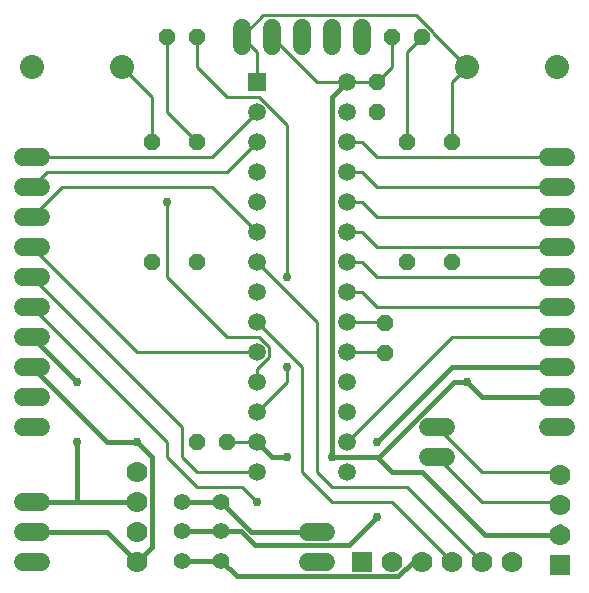
<source format=gbr>
G04 EAGLE Gerber RS-274X export*
G75*
%MOMM*%
%FSLAX34Y34*%
%LPD*%
%INTop Copper*%
%IPPOS*%
%AMOC8*
5,1,8,0,0,1.08239X$1,22.5*%
G01*
%ADD10R,1.508000X1.508000*%
%ADD11C,1.508000*%
%ADD12C,1.778000*%
%ADD13C,1.524000*%
%ADD14R,1.778000X1.778000*%
%ADD15C,2.032000*%
%ADD16C,1.397000*%
%ADD17P,1.429621X8X292.500000*%
%ADD18P,1.429621X8X112.500000*%
%ADD19P,1.429621X8X202.500000*%
%ADD20P,1.429621X8X22.500000*%
%ADD21C,0.254000*%
%ADD22C,0.756400*%
%ADD23C,0.406400*%


D10*
X215900Y431800D03*
D11*
X215900Y406400D03*
X215900Y381000D03*
X215900Y355600D03*
X215900Y330200D03*
X215900Y304800D03*
X215900Y279400D03*
X215900Y254000D03*
X215900Y228600D03*
X215900Y203200D03*
X215900Y177800D03*
X215900Y152400D03*
X215900Y127000D03*
X215900Y101600D03*
X292100Y101600D03*
X292100Y127000D03*
X292100Y152400D03*
X292100Y177800D03*
X292100Y203200D03*
X292100Y228600D03*
X292100Y254000D03*
X292100Y279400D03*
X292100Y304800D03*
X292100Y330200D03*
X292100Y355600D03*
X292100Y381000D03*
X292100Y406400D03*
X292100Y431800D03*
D12*
X114300Y25400D03*
X114300Y50800D03*
X114300Y76200D03*
X114300Y101600D03*
D13*
X462280Y368300D02*
X477520Y368300D01*
X477520Y342900D02*
X462280Y342900D01*
X462280Y317500D02*
X477520Y317500D01*
X477520Y292100D02*
X462280Y292100D01*
X462280Y266700D02*
X477520Y266700D01*
X477520Y241300D02*
X462280Y241300D01*
X462280Y215900D02*
X477520Y215900D01*
X477520Y190500D02*
X462280Y190500D01*
X462280Y165100D02*
X477520Y165100D01*
X477520Y139700D02*
X462280Y139700D01*
X33020Y368300D02*
X17780Y368300D01*
X17780Y342900D02*
X33020Y342900D01*
X33020Y317500D02*
X17780Y317500D01*
X17780Y292100D02*
X33020Y292100D01*
X33020Y266700D02*
X17780Y266700D01*
X17780Y241300D02*
X33020Y241300D01*
X33020Y215900D02*
X17780Y215900D01*
X17780Y190500D02*
X33020Y190500D01*
X33020Y165100D02*
X17780Y165100D01*
X17780Y139700D02*
X33020Y139700D01*
D14*
X304800Y25400D03*
D12*
X330200Y25400D03*
X355600Y25400D03*
X381000Y25400D03*
X406400Y25400D03*
X431800Y25400D03*
D13*
X203200Y462280D02*
X203200Y477520D01*
X228600Y477520D02*
X228600Y462280D01*
X254000Y462280D02*
X254000Y477520D01*
X279400Y477520D02*
X279400Y462280D01*
X304800Y462280D02*
X304800Y477520D01*
X274320Y50800D02*
X259080Y50800D01*
X259080Y25400D02*
X274320Y25400D01*
D15*
X393700Y444500D03*
X469900Y444500D03*
X101600Y444500D03*
X25400Y444500D03*
D16*
X152400Y76200D03*
X152400Y51308D03*
X152400Y26162D03*
X185420Y26162D03*
X185420Y51308D03*
X185420Y76200D03*
D13*
X360680Y139700D02*
X375920Y139700D01*
X375920Y114300D02*
X360680Y114300D01*
D17*
X381000Y381000D03*
X381000Y279400D03*
X127000Y381000D03*
X127000Y279400D03*
D18*
X165100Y279400D03*
X165100Y381000D03*
X342900Y279400D03*
X342900Y381000D03*
D19*
X165100Y469900D03*
X139700Y469900D03*
D20*
X330200Y469900D03*
X355600Y469900D03*
D19*
X190500Y127000D03*
X165100Y127000D03*
D17*
X323850Y227330D03*
X323850Y201930D03*
X317500Y431800D03*
X317500Y406400D03*
D13*
X33020Y76200D02*
X17780Y76200D01*
X17780Y50800D02*
X33020Y50800D01*
X33020Y25400D02*
X17780Y25400D01*
D12*
X472440Y99060D03*
X472440Y73660D03*
X472440Y48260D03*
D14*
X472440Y22860D03*
D21*
X215900Y457200D02*
X203200Y469900D01*
X215900Y457200D02*
X215900Y431800D01*
X381000Y431800D02*
X381000Y381000D01*
X381000Y431800D02*
X393700Y444500D01*
X364998Y473202D01*
X364998Y473793D01*
X350857Y487934D01*
X221234Y487934D02*
X203200Y469900D01*
X221234Y487934D02*
X350857Y487934D01*
X177800Y368300D02*
X25400Y368300D01*
X177800Y368300D02*
X215900Y406400D01*
X190500Y355600D02*
X38100Y355600D01*
X25400Y342900D01*
X190500Y355600D02*
X215900Y381000D01*
X177800Y342900D02*
X50800Y342900D01*
X25400Y317500D01*
X177800Y342900D02*
X215900Y304800D01*
X292100Y203200D02*
X322580Y203200D01*
X323850Y201930D01*
X114300Y203200D02*
X25400Y292100D01*
X114300Y203200D02*
X215900Y203200D01*
X127000Y419100D02*
X101600Y444500D01*
X127000Y419100D02*
X127000Y381000D01*
D22*
X139700Y330200D03*
D21*
X139700Y266700D01*
X190500Y215900D01*
X226234Y207481D02*
X226234Y198920D01*
X215900Y188586D02*
X215900Y177800D01*
X215900Y188586D02*
X226234Y198920D01*
X226234Y207481D02*
X217815Y215900D01*
X190500Y215900D01*
X241300Y190500D02*
X241300Y177800D01*
X215900Y152400D01*
D22*
X241300Y190500D03*
X241300Y266700D03*
D21*
X241300Y395615D02*
X217815Y419100D01*
X190500Y419100D01*
X165100Y444500D01*
X165100Y469900D01*
X241300Y395615D02*
X241300Y266700D01*
D23*
X88900Y50800D02*
X25400Y50800D01*
X88900Y50800D02*
X114300Y25400D01*
D21*
X292100Y431800D02*
X317500Y431800D01*
X215900Y127000D02*
X190500Y127000D01*
X330200Y444500D02*
X330200Y469900D01*
X330200Y444500D02*
X317500Y431800D01*
X292100Y431800D02*
X266700Y431800D01*
X228600Y469900D01*
D23*
X127000Y38100D02*
X114300Y25400D01*
X127000Y38100D02*
X127000Y114300D01*
X114300Y127000D01*
X88900Y127000D01*
X25400Y190500D01*
D22*
X114300Y127000D03*
D23*
X408940Y48260D02*
X472440Y48260D01*
X355600Y101600D02*
X330200Y101600D01*
X317500Y114300D01*
X279400Y114300D01*
D22*
X279400Y114300D03*
X241300Y114300D03*
D23*
X228600Y114300D01*
X215900Y127000D01*
X355600Y101600D02*
X408940Y48260D01*
X472440Y48260D02*
X472440Y56059D01*
X469900Y165100D02*
X406400Y165100D01*
X393700Y177800D01*
D22*
X393700Y177800D03*
D23*
X279400Y114300D02*
X279400Y419100D01*
X292100Y431800D01*
X382975Y177800D02*
X393700Y177800D01*
X382975Y177800D02*
X319475Y114300D01*
X317500Y114300D01*
D21*
X152400Y139700D02*
X25400Y266700D01*
X152400Y139700D02*
X152400Y114300D01*
X165100Y101600D01*
X215900Y101600D01*
X292100Y381000D02*
X304800Y381000D01*
X317500Y368300D01*
X469900Y368300D01*
X304800Y355600D02*
X292100Y355600D01*
X304800Y355600D02*
X317500Y342900D01*
X469900Y342900D01*
X304800Y330200D02*
X292100Y330200D01*
X304800Y330200D02*
X317500Y317500D01*
X469900Y317500D01*
X304800Y304800D02*
X292100Y304800D01*
X304800Y304800D02*
X317500Y292100D01*
X469900Y292100D01*
X304800Y279400D02*
X292100Y279400D01*
X304800Y279400D02*
X317500Y266700D01*
X469900Y266700D01*
X304800Y254000D02*
X292100Y254000D01*
X304800Y254000D02*
X317500Y241300D01*
X469900Y241300D01*
X322580Y228600D02*
X292100Y228600D01*
X322580Y228600D02*
X323850Y227330D01*
X406400Y101600D02*
X469900Y101600D01*
X406400Y101600D02*
X368300Y139700D01*
X469900Y101600D02*
X472440Y99060D01*
X469900Y76200D02*
X406400Y76200D01*
X368300Y114300D01*
X469900Y76200D02*
X472440Y73660D01*
X381000Y215900D02*
X292100Y127000D01*
X381000Y215900D02*
X469900Y215900D01*
D22*
X215900Y76200D03*
D21*
X203200Y88900D01*
X165100Y88900D01*
X139700Y114300D01*
X139700Y127000D01*
X25400Y241300D01*
D23*
X25400Y76200D02*
X63500Y76200D01*
X114300Y76200D01*
X152400Y51308D02*
X185420Y51308D01*
X63500Y177800D02*
X25400Y215900D01*
D22*
X63500Y177800D03*
X63500Y127000D03*
D23*
X63500Y76200D01*
X317500Y127000D02*
X381000Y190500D01*
D22*
X317500Y127000D03*
X317500Y63500D03*
D23*
X381000Y190500D02*
X469900Y190500D01*
X202409Y51308D02*
X185420Y51308D01*
X202409Y51308D02*
X214093Y39624D01*
X293624Y39624D01*
X317500Y63500D01*
D21*
X254000Y190500D02*
X215900Y228600D01*
X254000Y190500D02*
X254000Y101600D01*
X279400Y76200D01*
X330200Y76200D01*
X381000Y25400D01*
X266700Y228600D02*
X215900Y279400D01*
X266700Y228600D02*
X266700Y101600D01*
X279400Y88900D01*
X342900Y88900D01*
X406400Y25400D01*
D23*
X355600Y25400D02*
X347801Y25400D01*
X335355Y12954D01*
X198628Y12954D01*
X185420Y26162D01*
X152400Y26162D01*
X152400Y76200D02*
X185420Y76200D01*
X210820Y50800D01*
X266700Y50800D01*
D21*
X165100Y381000D02*
X139700Y406400D01*
X139700Y469900D01*
X342900Y457200D02*
X342900Y381000D01*
X342900Y457200D02*
X355600Y469900D01*
M02*

</source>
